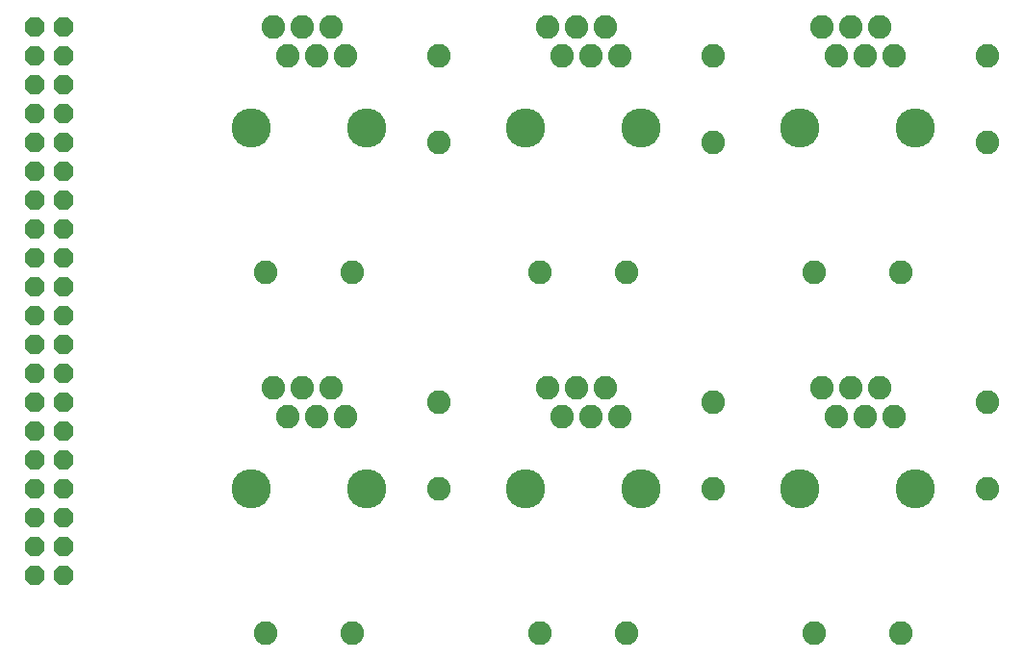
<source format=gbs>
G75*
%MOIN*%
%OFA0B0*%
%FSLAX24Y24*%
%IPPOS*%
%LPD*%
%AMOC8*
5,1,8,0,0,1.08239X$1,22.5*
%
%ADD10C,0.0820*%
%ADD11C,0.1360*%
%ADD12OC8,0.0680*%
D10*
X011100Y004600D03*
X014100Y004600D03*
X017100Y009600D03*
X013850Y012100D03*
X012850Y012100D03*
X011850Y012100D03*
X011350Y013100D03*
X012350Y013100D03*
X013350Y013100D03*
X017100Y012600D03*
X020850Y013100D03*
X021850Y013100D03*
X022850Y013100D03*
X022350Y012100D03*
X021350Y012100D03*
X023350Y012100D03*
X026600Y012600D03*
X026600Y009600D03*
X030850Y012100D03*
X031850Y012100D03*
X032850Y012100D03*
X032350Y013100D03*
X031350Y013100D03*
X030350Y013100D03*
X030100Y017100D03*
X033100Y017100D03*
X036100Y012600D03*
X036100Y009600D03*
X033100Y004600D03*
X030100Y004600D03*
X023600Y004600D03*
X020600Y004600D03*
X020600Y017100D03*
X023600Y017100D03*
X026600Y021600D03*
X026600Y024600D03*
X023350Y024600D03*
X022350Y024600D03*
X021350Y024600D03*
X020850Y025600D03*
X021850Y025600D03*
X022850Y025600D03*
X017100Y024600D03*
X013850Y024600D03*
X012850Y024600D03*
X011850Y024600D03*
X011350Y025600D03*
X012350Y025600D03*
X013350Y025600D03*
X017100Y021600D03*
X014100Y017100D03*
X011100Y017100D03*
X030350Y025600D03*
X031350Y025600D03*
X032350Y025600D03*
X031850Y024600D03*
X030850Y024600D03*
X032850Y024600D03*
X036100Y024600D03*
X036100Y021600D03*
D11*
X033600Y022100D03*
X029600Y022100D03*
X024100Y022100D03*
X020100Y022100D03*
X014600Y022100D03*
X010600Y022100D03*
X010600Y009600D03*
X014600Y009600D03*
X020100Y009600D03*
X024100Y009600D03*
X029600Y009600D03*
X033600Y009600D03*
D12*
X003100Y006600D03*
X003100Y007600D03*
X004100Y007600D03*
X004100Y006600D03*
X004100Y008600D03*
X004100Y009600D03*
X004100Y010600D03*
X004100Y011600D03*
X004100Y012600D03*
X004100Y013600D03*
X003100Y013600D03*
X003100Y012600D03*
X003100Y011600D03*
X003100Y010600D03*
X003100Y009600D03*
X003100Y008600D03*
X003100Y014600D03*
X003100Y015600D03*
X003100Y016600D03*
X003100Y017600D03*
X003100Y018600D03*
X003100Y019600D03*
X003100Y020600D03*
X004100Y020600D03*
X004100Y019600D03*
X004100Y018600D03*
X004100Y017600D03*
X004100Y016600D03*
X004100Y015600D03*
X004100Y014600D03*
X004100Y021600D03*
X004100Y022600D03*
X004100Y023600D03*
X004100Y024600D03*
X004100Y025600D03*
X003100Y025600D03*
X003100Y024600D03*
X003100Y023600D03*
X003100Y022600D03*
X003100Y021600D03*
M02*

</source>
